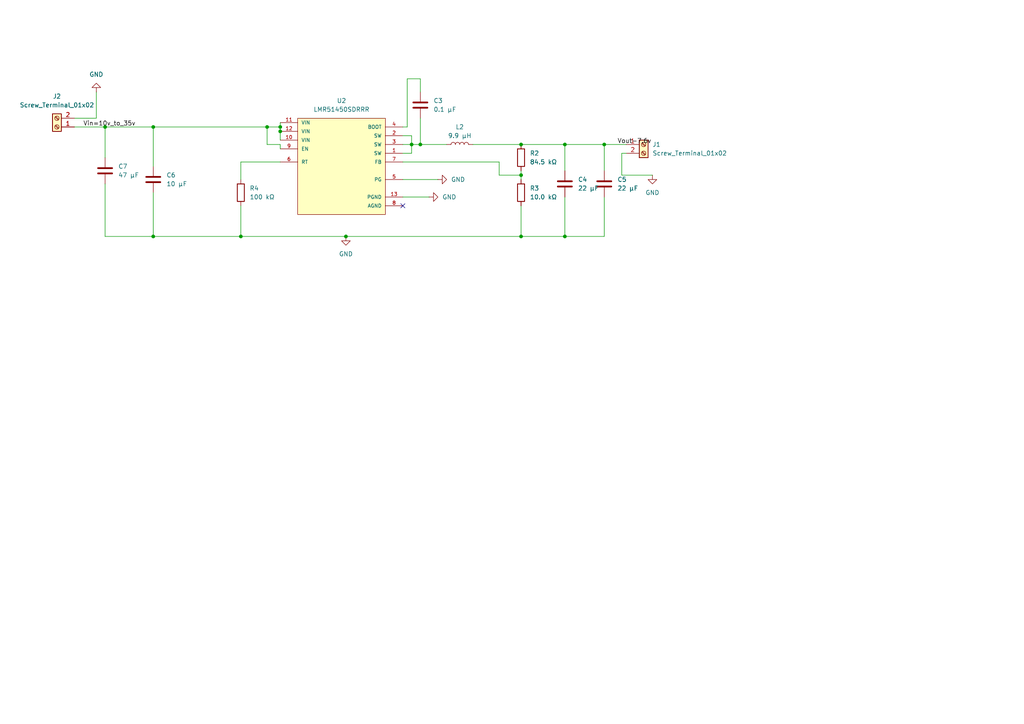
<source format=kicad_sch>
(kicad_sch
	(version 20250114)
	(generator "eeschema")
	(generator_version "9.0")
	(uuid "c4b56716-4564-43f9-abd0-82a2e721547f")
	(paper "A4")
	(lib_symbols
		(symbol "Connector:Screw_Terminal_01x02"
			(pin_names
				(offset 1.016)
				(hide yes)
			)
			(exclude_from_sim no)
			(in_bom yes)
			(on_board yes)
			(property "Reference" "J"
				(at 0 2.54 0)
				(effects
					(font
						(size 1.27 1.27)
					)
				)
			)
			(property "Value" "Screw_Terminal_01x02"
				(at 0 -5.08 0)
				(effects
					(font
						(size 1.27 1.27)
					)
				)
			)
			(property "Footprint" ""
				(at 0 0 0)
				(effects
					(font
						(size 1.27 1.27)
					)
					(hide yes)
				)
			)
			(property "Datasheet" "~"
				(at 0 0 0)
				(effects
					(font
						(size 1.27 1.27)
					)
					(hide yes)
				)
			)
			(property "Description" "Generic screw terminal, single row, 01x02, script generated (kicad-library-utils/schlib/autogen/connector/)"
				(at 0 0 0)
				(effects
					(font
						(size 1.27 1.27)
					)
					(hide yes)
				)
			)
			(property "ki_keywords" "screw terminal"
				(at 0 0 0)
				(effects
					(font
						(size 1.27 1.27)
					)
					(hide yes)
				)
			)
			(property "ki_fp_filters" "TerminalBlock*:*"
				(at 0 0 0)
				(effects
					(font
						(size 1.27 1.27)
					)
					(hide yes)
				)
			)
			(symbol "Screw_Terminal_01x02_1_1"
				(rectangle
					(start -1.27 1.27)
					(end 1.27 -3.81)
					(stroke
						(width 0.254)
						(type default)
					)
					(fill
						(type background)
					)
				)
				(polyline
					(pts
						(xy -0.5334 0.3302) (xy 0.3302 -0.508)
					)
					(stroke
						(width 0.1524)
						(type default)
					)
					(fill
						(type none)
					)
				)
				(polyline
					(pts
						(xy -0.5334 -2.2098) (xy 0.3302 -3.048)
					)
					(stroke
						(width 0.1524)
						(type default)
					)
					(fill
						(type none)
					)
				)
				(polyline
					(pts
						(xy -0.3556 0.508) (xy 0.508 -0.3302)
					)
					(stroke
						(width 0.1524)
						(type default)
					)
					(fill
						(type none)
					)
				)
				(polyline
					(pts
						(xy -0.3556 -2.032) (xy 0.508 -2.8702)
					)
					(stroke
						(width 0.1524)
						(type default)
					)
					(fill
						(type none)
					)
				)
				(circle
					(center 0 0)
					(radius 0.635)
					(stroke
						(width 0.1524)
						(type default)
					)
					(fill
						(type none)
					)
				)
				(circle
					(center 0 -2.54)
					(radius 0.635)
					(stroke
						(width 0.1524)
						(type default)
					)
					(fill
						(type none)
					)
				)
				(pin passive line
					(at -5.08 0 0)
					(length 3.81)
					(name "Pin_1"
						(effects
							(font
								(size 1.27 1.27)
							)
						)
					)
					(number "1"
						(effects
							(font
								(size 1.27 1.27)
							)
						)
					)
				)
				(pin passive line
					(at -5.08 -2.54 0)
					(length 3.81)
					(name "Pin_2"
						(effects
							(font
								(size 1.27 1.27)
							)
						)
					)
					(number "2"
						(effects
							(font
								(size 1.27 1.27)
							)
						)
					)
				)
			)
			(embedded_fonts no)
		)
		(symbol "Device:C"
			(pin_numbers
				(hide yes)
			)
			(pin_names
				(offset 0.254)
			)
			(exclude_from_sim no)
			(in_bom yes)
			(on_board yes)
			(property "Reference" "C"
				(at 0.635 2.54 0)
				(effects
					(font
						(size 1.27 1.27)
					)
					(justify left)
				)
			)
			(property "Value" "C"
				(at 0.635 -2.54 0)
				(effects
					(font
						(size 1.27 1.27)
					)
					(justify left)
				)
			)
			(property "Footprint" ""
				(at 0.9652 -3.81 0)
				(effects
					(font
						(size 1.27 1.27)
					)
					(hide yes)
				)
			)
			(property "Datasheet" "~"
				(at 0 0 0)
				(effects
					(font
						(size 1.27 1.27)
					)
					(hide yes)
				)
			)
			(property "Description" "Unpolarized capacitor"
				(at 0 0 0)
				(effects
					(font
						(size 1.27 1.27)
					)
					(hide yes)
				)
			)
			(property "ki_keywords" "cap capacitor"
				(at 0 0 0)
				(effects
					(font
						(size 1.27 1.27)
					)
					(hide yes)
				)
			)
			(property "ki_fp_filters" "C_*"
				(at 0 0 0)
				(effects
					(font
						(size 1.27 1.27)
					)
					(hide yes)
				)
			)
			(symbol "C_0_1"
				(polyline
					(pts
						(xy -2.032 0.762) (xy 2.032 0.762)
					)
					(stroke
						(width 0.508)
						(type default)
					)
					(fill
						(type none)
					)
				)
				(polyline
					(pts
						(xy -2.032 -0.762) (xy 2.032 -0.762)
					)
					(stroke
						(width 0.508)
						(type default)
					)
					(fill
						(type none)
					)
				)
			)
			(symbol "C_1_1"
				(pin passive line
					(at 0 3.81 270)
					(length 2.794)
					(name "~"
						(effects
							(font
								(size 1.27 1.27)
							)
						)
					)
					(number "1"
						(effects
							(font
								(size 1.27 1.27)
							)
						)
					)
				)
				(pin passive line
					(at 0 -3.81 90)
					(length 2.794)
					(name "~"
						(effects
							(font
								(size 1.27 1.27)
							)
						)
					)
					(number "2"
						(effects
							(font
								(size 1.27 1.27)
							)
						)
					)
				)
			)
			(embedded_fonts no)
		)
		(symbol "Device:L"
			(pin_numbers
				(hide yes)
			)
			(pin_names
				(offset 1.016)
				(hide yes)
			)
			(exclude_from_sim no)
			(in_bom yes)
			(on_board yes)
			(property "Reference" "L"
				(at -1.27 0 90)
				(effects
					(font
						(size 1.27 1.27)
					)
				)
			)
			(property "Value" "L"
				(at 1.905 0 90)
				(effects
					(font
						(size 1.27 1.27)
					)
				)
			)
			(property "Footprint" ""
				(at 0 0 0)
				(effects
					(font
						(size 1.27 1.27)
					)
					(hide yes)
				)
			)
			(property "Datasheet" "~"
				(at 0 0 0)
				(effects
					(font
						(size 1.27 1.27)
					)
					(hide yes)
				)
			)
			(property "Description" "Inductor"
				(at 0 0 0)
				(effects
					(font
						(size 1.27 1.27)
					)
					(hide yes)
				)
			)
			(property "ki_keywords" "inductor choke coil reactor magnetic"
				(at 0 0 0)
				(effects
					(font
						(size 1.27 1.27)
					)
					(hide yes)
				)
			)
			(property "ki_fp_filters" "Choke_* *Coil* Inductor_* L_*"
				(at 0 0 0)
				(effects
					(font
						(size 1.27 1.27)
					)
					(hide yes)
				)
			)
			(symbol "L_0_1"
				(arc
					(start 0 2.54)
					(mid 0.6323 1.905)
					(end 0 1.27)
					(stroke
						(width 0)
						(type default)
					)
					(fill
						(type none)
					)
				)
				(arc
					(start 0 1.27)
					(mid 0.6323 0.635)
					(end 0 0)
					(stroke
						(width 0)
						(type default)
					)
					(fill
						(type none)
					)
				)
				(arc
					(start 0 0)
					(mid 0.6323 -0.635)
					(end 0 -1.27)
					(stroke
						(width 0)
						(type default)
					)
					(fill
						(type none)
					)
				)
				(arc
					(start 0 -1.27)
					(mid 0.6323 -1.905)
					(end 0 -2.54)
					(stroke
						(width 0)
						(type default)
					)
					(fill
						(type none)
					)
				)
			)
			(symbol "L_1_1"
				(pin passive line
					(at 0 3.81 270)
					(length 1.27)
					(name "1"
						(effects
							(font
								(size 1.27 1.27)
							)
						)
					)
					(number "1"
						(effects
							(font
								(size 1.27 1.27)
							)
						)
					)
				)
				(pin passive line
					(at 0 -3.81 90)
					(length 1.27)
					(name "2"
						(effects
							(font
								(size 1.27 1.27)
							)
						)
					)
					(number "2"
						(effects
							(font
								(size 1.27 1.27)
							)
						)
					)
				)
			)
			(embedded_fonts no)
		)
		(symbol "Device:R"
			(pin_numbers
				(hide yes)
			)
			(pin_names
				(offset 0)
			)
			(exclude_from_sim no)
			(in_bom yes)
			(on_board yes)
			(property "Reference" "R"
				(at 2.032 0 90)
				(effects
					(font
						(size 1.27 1.27)
					)
				)
			)
			(property "Value" "R"
				(at 0 0 90)
				(effects
					(font
						(size 1.27 1.27)
					)
				)
			)
			(property "Footprint" ""
				(at -1.778 0 90)
				(effects
					(font
						(size 1.27 1.27)
					)
					(hide yes)
				)
			)
			(property "Datasheet" "~"
				(at 0 0 0)
				(effects
					(font
						(size 1.27 1.27)
					)
					(hide yes)
				)
			)
			(property "Description" "Resistor"
				(at 0 0 0)
				(effects
					(font
						(size 1.27 1.27)
					)
					(hide yes)
				)
			)
			(property "ki_keywords" "R res resistor"
				(at 0 0 0)
				(effects
					(font
						(size 1.27 1.27)
					)
					(hide yes)
				)
			)
			(property "ki_fp_filters" "R_*"
				(at 0 0 0)
				(effects
					(font
						(size 1.27 1.27)
					)
					(hide yes)
				)
			)
			(symbol "R_0_1"
				(rectangle
					(start -1.016 -2.54)
					(end 1.016 2.54)
					(stroke
						(width 0.254)
						(type default)
					)
					(fill
						(type none)
					)
				)
			)
			(symbol "R_1_1"
				(pin passive line
					(at 0 3.81 270)
					(length 1.27)
					(name "~"
						(effects
							(font
								(size 1.27 1.27)
							)
						)
					)
					(number "1"
						(effects
							(font
								(size 1.27 1.27)
							)
						)
					)
				)
				(pin passive line
					(at 0 -3.81 90)
					(length 1.27)
					(name "~"
						(effects
							(font
								(size 1.27 1.27)
							)
						)
					)
					(number "2"
						(effects
							(font
								(size 1.27 1.27)
							)
						)
					)
				)
			)
			(embedded_fonts no)
		)
		(symbol "LMR51450SDRRR:LMR51450SDRRR"
			(pin_names
				(offset 1.016)
			)
			(exclude_from_sim no)
			(in_bom yes)
			(on_board yes)
			(property "Reference" "U2"
				(at 0 17.78 0)
				(effects
					(font
						(size 1.27 1.27)
					)
				)
			)
			(property "Value" "LMR51450SDRRR"
				(at 0 15.24 0)
				(effects
					(font
						(size 1.27 1.27)
					)
				)
			)
			(property "Footprint" "LMR51450SDRRR:CONV_LMR51450SDRRR"
				(at 0 0 0)
				(effects
					(font
						(size 1.27 1.27)
					)
					(justify bottom)
					(hide yes)
				)
			)
			(property "Datasheet" ""
				(at 0 0 0)
				(effects
					(font
						(size 1.27 1.27)
					)
					(hide yes)
				)
			)
			(property "Description" ""
				(at 0 0 0)
				(effects
					(font
						(size 1.27 1.27)
					)
					(hide yes)
				)
			)
			(property "DigiKey_Part_Number" "296-LMR51450SDRRRCT-ND"
				(at 0 0 0)
				(effects
					(font
						(size 1.27 1.27)
					)
					(justify bottom)
					(hide yes)
				)
			)
			(property "SnapEDA_Link" "https://www.snapeda.com/parts/LMR51450SDRRR/Texas+Instruments/view-part/?ref=snap"
				(at 0 0 0)
				(effects
					(font
						(size 1.27 1.27)
					)
					(justify bottom)
					(hide yes)
				)
			)
			(property "MAXIMUM_PACKAGE_HEIGHT" "0.80 mm"
				(at 0 0 0)
				(effects
					(font
						(size 1.27 1.27)
					)
					(justify bottom)
					(hide yes)
				)
			)
			(property "Package" "WSON-12 Texas Instruments"
				(at 0 0 0)
				(effects
					(font
						(size 1.27 1.27)
					)
					(justify bottom)
					(hide yes)
				)
			)
			(property "Check_prices" "https://www.snapeda.com/parts/LMR51450SDRRR/Texas+Instruments/view-part/?ref=eda"
				(at 0 0 0)
				(effects
					(font
						(size 1.27 1.27)
					)
					(justify bottom)
					(hide yes)
				)
			)
			(property "STANDARD" "Manufacturer Recommendations"
				(at 0 0 0)
				(effects
					(font
						(size 1.27 1.27)
					)
					(justify bottom)
					(hide yes)
				)
			)
			(property "PARTREV" "December 2022"
				(at 0 0 0)
				(effects
					(font
						(size 1.27 1.27)
					)
					(justify bottom)
					(hide yes)
				)
			)
			(property "MF" "Texas Instruments"
				(at 0 0 0)
				(effects
					(font
						(size 1.27 1.27)
					)
					(justify bottom)
					(hide yes)
				)
			)
			(property "MP" "LMR51450SDRRR"
				(at 0 0 0)
				(effects
					(font
						(size 1.27 1.27)
					)
					(justify bottom)
					(hide yes)
				)
			)
			(property "Description_1" "36-V, 5-A synchronous buck converter"
				(at 0 0 0)
				(effects
					(font
						(size 1.27 1.27)
					)
					(justify bottom)
					(hide yes)
				)
			)
			(property "MANUFACTURER" "Texas Instruments"
				(at 0 0 0)
				(effects
					(font
						(size 1.27 1.27)
					)
					(justify bottom)
					(hide yes)
				)
			)
			(symbol "LMR51450SDRRR_0_0"
				(rectangle
					(start -12.7 -15.24)
					(end 12.7 12.7)
					(stroke
						(width 0.1524)
						(type default)
					)
					(fill
						(type background)
					)
				)
				(pin input line
					(at -17.78 11.43 0)
					(length 5.08)
					(name "VIN"
						(effects
							(font
								(size 1.016 1.016)
							)
						)
					)
					(number "11"
						(effects
							(font
								(size 1.016 1.016)
							)
						)
					)
				)
				(pin input line
					(at -17.78 8.89 0)
					(length 5.08)
					(name "VIN"
						(effects
							(font
								(size 1.016 1.016)
							)
						)
					)
					(number "12"
						(effects
							(font
								(size 1.016 1.016)
							)
						)
					)
				)
				(pin input line
					(at -17.78 6.35 0)
					(length 5.08)
					(name "VIN"
						(effects
							(font
								(size 1.016 1.016)
							)
						)
					)
					(number "10"
						(effects
							(font
								(size 1.016 1.016)
							)
						)
					)
				)
				(pin input line
					(at -17.78 3.81 0)
					(length 5.08)
					(name "EN"
						(effects
							(font
								(size 1.016 1.016)
							)
						)
					)
					(number "9"
						(effects
							(font
								(size 1.016 1.016)
							)
						)
					)
				)
				(pin input line
					(at -17.78 0 0)
					(length 5.08)
					(name "RT"
						(effects
							(font
								(size 1.016 1.016)
							)
						)
					)
					(number "6"
						(effects
							(font
								(size 1.016 1.016)
							)
						)
					)
				)
				(pin passive line
					(at 17.78 10.16 180)
					(length 5.08)
					(name "BOOT"
						(effects
							(font
								(size 1.016 1.016)
							)
						)
					)
					(number "4"
						(effects
							(font
								(size 1.016 1.016)
							)
						)
					)
				)
				(pin output line
					(at 17.78 7.62 180)
					(length 5.08)
					(name "SW"
						(effects
							(font
								(size 1.016 1.016)
							)
						)
					)
					(number "2"
						(effects
							(font
								(size 1.016 1.016)
							)
						)
					)
				)
				(pin output line
					(at 17.78 5.08 180)
					(length 5.08)
					(name "SW"
						(effects
							(font
								(size 1.016 1.016)
							)
						)
					)
					(number "3"
						(effects
							(font
								(size 1.016 1.016)
							)
						)
					)
				)
				(pin output line
					(at 17.78 2.54 180)
					(length 5.08)
					(name "SW"
						(effects
							(font
								(size 1.016 1.016)
							)
						)
					)
					(number "1"
						(effects
							(font
								(size 1.016 1.016)
							)
						)
					)
				)
				(pin input line
					(at 17.78 0 180)
					(length 5.08)
					(name "FB"
						(effects
							(font
								(size 1.016 1.016)
							)
						)
					)
					(number "7"
						(effects
							(font
								(size 1.016 1.016)
							)
						)
					)
				)
				(pin output line
					(at 17.78 -5.08 180)
					(length 5.08)
					(name "PG"
						(effects
							(font
								(size 1.016 1.016)
							)
						)
					)
					(number "5"
						(effects
							(font
								(size 1.016 1.016)
							)
						)
					)
				)
				(pin power_in line
					(at 17.78 -10.16 180)
					(length 5.08)
					(name "PGND"
						(effects
							(font
								(size 1.016 1.016)
							)
						)
					)
					(number "13"
						(effects
							(font
								(size 1.016 1.016)
							)
						)
					)
				)
				(pin power_in line
					(at 17.78 -12.7 180)
					(length 5.08)
					(name "AGND"
						(effects
							(font
								(size 1.016 1.016)
							)
						)
					)
					(number "8"
						(effects
							(font
								(size 1.016 1.016)
							)
						)
					)
				)
			)
			(embedded_fonts no)
		)
		(symbol "power:GND"
			(power)
			(pin_numbers
				(hide yes)
			)
			(pin_names
				(offset 0)
				(hide yes)
			)
			(exclude_from_sim no)
			(in_bom yes)
			(on_board yes)
			(property "Reference" "#PWR"
				(at 0 -6.35 0)
				(effects
					(font
						(size 1.27 1.27)
					)
					(hide yes)
				)
			)
			(property "Value" "GND"
				(at 0 -3.81 0)
				(effects
					(font
						(size 1.27 1.27)
					)
				)
			)
			(property "Footprint" ""
				(at 0 0 0)
				(effects
					(font
						(size 1.27 1.27)
					)
					(hide yes)
				)
			)
			(property "Datasheet" ""
				(at 0 0 0)
				(effects
					(font
						(size 1.27 1.27)
					)
					(hide yes)
				)
			)
			(property "Description" "Power symbol creates a global label with name \"GND\" , ground"
				(at 0 0 0)
				(effects
					(font
						(size 1.27 1.27)
					)
					(hide yes)
				)
			)
			(property "ki_keywords" "global power"
				(at 0 0 0)
				(effects
					(font
						(size 1.27 1.27)
					)
					(hide yes)
				)
			)
			(symbol "GND_0_1"
				(polyline
					(pts
						(xy 0 0) (xy 0 -1.27) (xy 1.27 -1.27) (xy 0 -2.54) (xy -1.27 -1.27) (xy 0 -1.27)
					)
					(stroke
						(width 0)
						(type default)
					)
					(fill
						(type none)
					)
				)
			)
			(symbol "GND_1_1"
				(pin power_in line
					(at 0 0 270)
					(length 0)
					(name "~"
						(effects
							(font
								(size 1.27 1.27)
							)
						)
					)
					(number "1"
						(effects
							(font
								(size 1.27 1.27)
							)
						)
					)
				)
			)
			(embedded_fonts no)
		)
	)
	(junction
		(at 151.13 41.91)
		(diameter 0)
		(color 0 0 0 0)
		(uuid "01ad4a17-1970-4c7c-966a-490a93174def")
	)
	(junction
		(at 77.47 36.83)
		(diameter 0)
		(color 0 0 0 0)
		(uuid "15ee3f07-c112-4e65-8060-e30beeb2f69e")
	)
	(junction
		(at 44.45 68.58)
		(diameter 0)
		(color 0 0 0 0)
		(uuid "166e7787-27c8-4eec-8ac4-3d041738ab48")
	)
	(junction
		(at 121.92 41.91)
		(diameter 0)
		(color 0 0 0 0)
		(uuid "19897f3d-9fc3-4f9f-8707-605dc5a90628")
	)
	(junction
		(at 69.85 68.58)
		(diameter 0)
		(color 0 0 0 0)
		(uuid "1b2664d0-a93a-43d2-8bc8-a6db2c4c3af4")
	)
	(junction
		(at 163.83 68.58)
		(diameter 0)
		(color 0 0 0 0)
		(uuid "38b161d6-1270-4d0d-8bcd-96c325b79783")
	)
	(junction
		(at 81.28 38.1)
		(diameter 0)
		(color 0 0 0 0)
		(uuid "49abd148-2643-46db-979f-86ed72b86e82")
	)
	(junction
		(at 81.28 36.83)
		(diameter 0)
		(color 0 0 0 0)
		(uuid "5a9ab1f8-c1fb-4077-801e-c171271a2fc4")
	)
	(junction
		(at 119.38 41.91)
		(diameter 0)
		(color 0 0 0 0)
		(uuid "6015aaf0-d22c-4caf-b33e-bca448937f8e")
	)
	(junction
		(at 163.83 41.91)
		(diameter 0)
		(color 0 0 0 0)
		(uuid "60ecffcb-2040-4ae8-92e8-229842292ae6")
	)
	(junction
		(at 100.33 68.58)
		(diameter 0)
		(color 0 0 0 0)
		(uuid "610eddae-f3d7-476d-8b55-9fa437cac72f")
	)
	(junction
		(at 44.45 36.83)
		(diameter 0)
		(color 0 0 0 0)
		(uuid "6c2543b0-66f9-42c3-90c6-2c6556b75343")
	)
	(junction
		(at 175.26 41.91)
		(diameter 0)
		(color 0 0 0 0)
		(uuid "8655bde3-652b-49cc-92d6-1794414dbf06")
	)
	(junction
		(at 30.48 36.83)
		(diameter 0)
		(color 0 0 0 0)
		(uuid "b52e58cd-3ad6-4b3a-ab19-d7e82cd94511")
	)
	(junction
		(at 151.13 50.8)
		(diameter 0)
		(color 0 0 0 0)
		(uuid "c355c3ad-4c34-4064-a1d3-3dce44fab9a4")
	)
	(junction
		(at 151.13 68.58)
		(diameter 0)
		(color 0 0 0 0)
		(uuid "f4017a7c-6270-43cc-a265-8ace512cbd7a")
	)
	(no_connect
		(at 116.84 59.69)
		(uuid "a44eaf3d-46b5-4f33-afa9-7d27e08ff75a")
	)
	(wire
		(pts
			(xy 116.84 44.45) (xy 119.38 44.45)
		)
		(stroke
			(width 0)
			(type default)
		)
		(uuid "00223ccd-396a-4d09-a67a-008ad0a76d9c")
	)
	(wire
		(pts
			(xy 116.84 52.07) (xy 127 52.07)
		)
		(stroke
			(width 0)
			(type default)
		)
		(uuid "02fdafdf-0669-46c1-a898-b3f100e96f11")
	)
	(wire
		(pts
			(xy 119.38 41.91) (xy 121.92 41.91)
		)
		(stroke
			(width 0)
			(type default)
		)
		(uuid "10b1d3e3-abef-4d85-8f61-a4347f393652")
	)
	(wire
		(pts
			(xy 44.45 68.58) (xy 69.85 68.58)
		)
		(stroke
			(width 0)
			(type default)
		)
		(uuid "126d5807-1e58-42ef-adc3-296e9f2f176d")
	)
	(wire
		(pts
			(xy 163.83 68.58) (xy 151.13 68.58)
		)
		(stroke
			(width 0)
			(type default)
		)
		(uuid "1526c190-ed01-45a2-9796-c26a137735d6")
	)
	(wire
		(pts
			(xy 151.13 52.07) (xy 151.13 50.8)
		)
		(stroke
			(width 0)
			(type default)
		)
		(uuid "1d0bfc4e-0910-4164-9cd7-d06af8a37076")
	)
	(wire
		(pts
			(xy 30.48 53.34) (xy 30.48 68.58)
		)
		(stroke
			(width 0)
			(type default)
		)
		(uuid "1fabf4d0-1e50-47c4-9b2b-52c73cc7b79c")
	)
	(wire
		(pts
			(xy 81.28 35.56) (xy 81.28 36.83)
		)
		(stroke
			(width 0)
			(type default)
		)
		(uuid "2417079c-2f92-47e3-9216-2e6360503a9a")
	)
	(wire
		(pts
			(xy 151.13 50.8) (xy 151.13 49.53)
		)
		(stroke
			(width 0)
			(type default)
		)
		(uuid "26463b73-3c68-463b-a89d-5bc83d4ec31b")
	)
	(wire
		(pts
			(xy 121.92 22.86) (xy 121.92 26.67)
		)
		(stroke
			(width 0)
			(type default)
		)
		(uuid "2790529b-40ea-48c7-8b53-31f184afc035")
	)
	(wire
		(pts
			(xy 69.85 68.58) (xy 100.33 68.58)
		)
		(stroke
			(width 0)
			(type default)
		)
		(uuid "2c3ded8f-a01e-4a4f-b463-580b8974f470")
	)
	(wire
		(pts
			(xy 116.84 39.37) (xy 119.38 39.37)
		)
		(stroke
			(width 0)
			(type default)
		)
		(uuid "2dbb220c-8c9a-433d-aea7-0bee6c33639e")
	)
	(wire
		(pts
			(xy 124.46 57.15) (xy 116.84 57.15)
		)
		(stroke
			(width 0)
			(type default)
		)
		(uuid "300ea2e4-0f33-468f-9bc3-bc27aad0e0db")
	)
	(wire
		(pts
			(xy 144.78 50.8) (xy 151.13 50.8)
		)
		(stroke
			(width 0)
			(type default)
		)
		(uuid "30c9cc12-9d98-4dcb-8d1f-e0f7e4e14b26")
	)
	(wire
		(pts
			(xy 151.13 41.91) (xy 163.83 41.91)
		)
		(stroke
			(width 0)
			(type default)
		)
		(uuid "33932806-27c5-4acc-b285-b5dccfdcc071")
	)
	(wire
		(pts
			(xy 118.11 36.83) (xy 116.84 36.83)
		)
		(stroke
			(width 0)
			(type default)
		)
		(uuid "3c42b400-d3c9-4489-ac05-39e87cb66cbe")
	)
	(wire
		(pts
			(xy 119.38 39.37) (xy 119.38 41.91)
		)
		(stroke
			(width 0)
			(type default)
		)
		(uuid "45a98d03-7112-4d1c-8a9f-d03108a4a402")
	)
	(wire
		(pts
			(xy 81.28 41.91) (xy 77.47 41.91)
		)
		(stroke
			(width 0)
			(type default)
		)
		(uuid "46e1f8a0-8e0b-4437-9728-ba58d5db6d88")
	)
	(wire
		(pts
			(xy 116.84 41.91) (xy 119.38 41.91)
		)
		(stroke
			(width 0)
			(type default)
		)
		(uuid "52001e5b-6f79-4df1-9d15-c1b7f1e955de")
	)
	(wire
		(pts
			(xy 137.16 41.91) (xy 151.13 41.91)
		)
		(stroke
			(width 0)
			(type default)
		)
		(uuid "5605fc47-13d2-4d5d-bd9d-0ef6f013c4a2")
	)
	(wire
		(pts
			(xy 175.26 41.91) (xy 181.61 41.91)
		)
		(stroke
			(width 0)
			(type default)
		)
		(uuid "5940cc3e-be89-4dfc-8bc5-980e3d76ee49")
	)
	(wire
		(pts
			(xy 44.45 55.88) (xy 44.45 68.58)
		)
		(stroke
			(width 0)
			(type default)
		)
		(uuid "59c7bfca-ee0f-4cce-be5b-089d04b4018c")
	)
	(wire
		(pts
			(xy 44.45 36.83) (xy 77.47 36.83)
		)
		(stroke
			(width 0)
			(type default)
		)
		(uuid "5a866a4f-6338-4c84-9d06-caae815bc013")
	)
	(wire
		(pts
			(xy 116.84 46.99) (xy 144.78 46.99)
		)
		(stroke
			(width 0)
			(type default)
		)
		(uuid "5f1a4cde-7c47-48b2-9c88-77be3e3504ce")
	)
	(wire
		(pts
			(xy 118.11 22.86) (xy 118.11 36.83)
		)
		(stroke
			(width 0)
			(type default)
		)
		(uuid "674c9450-3592-40ed-9f32-b4b5409f2322")
	)
	(wire
		(pts
			(xy 77.47 36.83) (xy 77.47 41.91)
		)
		(stroke
			(width 0)
			(type default)
		)
		(uuid "675a68db-3c17-4a5b-a509-7a7c8b8751f5")
	)
	(wire
		(pts
			(xy 69.85 59.69) (xy 69.85 68.58)
		)
		(stroke
			(width 0)
			(type default)
		)
		(uuid "6dcda487-8700-4155-a2ae-e3f6ad8fb546")
	)
	(wire
		(pts
			(xy 30.48 45.72) (xy 30.48 36.83)
		)
		(stroke
			(width 0)
			(type default)
		)
		(uuid "6f72c15e-849b-4ca3-934a-7f3a3afc1224")
	)
	(wire
		(pts
			(xy 77.47 36.83) (xy 81.28 36.83)
		)
		(stroke
			(width 0)
			(type default)
		)
		(uuid "703cab3c-c203-4957-9a97-56aa2151b756")
	)
	(wire
		(pts
			(xy 30.48 36.83) (xy 44.45 36.83)
		)
		(stroke
			(width 0)
			(type default)
		)
		(uuid "77ed10dc-21c3-40ec-a09c-76a4b631f4bc")
	)
	(wire
		(pts
			(xy 121.92 41.91) (xy 129.54 41.91)
		)
		(stroke
			(width 0)
			(type default)
		)
		(uuid "7bca9ff0-95e7-4229-a13f-c900f55db81e")
	)
	(wire
		(pts
			(xy 27.94 26.67) (xy 27.94 34.29)
		)
		(stroke
			(width 0)
			(type default)
		)
		(uuid "80031f12-fe2f-4cc2-8ef6-ada2456799c1")
	)
	(wire
		(pts
			(xy 175.26 57.15) (xy 175.26 68.58)
		)
		(stroke
			(width 0)
			(type default)
		)
		(uuid "81118887-50b3-4a3b-997c-ddd400743280")
	)
	(wire
		(pts
			(xy 163.83 41.91) (xy 175.26 41.91)
		)
		(stroke
			(width 0)
			(type default)
		)
		(uuid "96d7d8a6-a67d-4459-9f2b-5900956355dc")
	)
	(wire
		(pts
			(xy 163.83 57.15) (xy 163.83 68.58)
		)
		(stroke
			(width 0)
			(type default)
		)
		(uuid "97953721-fa2c-4c0e-a989-d6f8ef6cce16")
	)
	(wire
		(pts
			(xy 175.26 49.53) (xy 175.26 41.91)
		)
		(stroke
			(width 0)
			(type default)
		)
		(uuid "a600b37d-63b8-4b1b-894c-b6d7b9a4164b")
	)
	(wire
		(pts
			(xy 81.28 36.83) (xy 81.28 38.1)
		)
		(stroke
			(width 0)
			(type default)
		)
		(uuid "af4e180c-fb71-45e9-a734-20f7396d99fa")
	)
	(wire
		(pts
			(xy 100.33 68.58) (xy 151.13 68.58)
		)
		(stroke
			(width 0)
			(type default)
		)
		(uuid "b40e82d1-27ef-4ea4-94f4-bd72e244f94f")
	)
	(wire
		(pts
			(xy 180.34 50.8) (xy 180.34 44.45)
		)
		(stroke
			(width 0)
			(type default)
		)
		(uuid "b44f8cef-810f-437d-bcb9-79961d00db0c")
	)
	(wire
		(pts
			(xy 118.11 22.86) (xy 121.92 22.86)
		)
		(stroke
			(width 0)
			(type default)
		)
		(uuid "baa26f5b-7909-4dfd-a4e9-ec9394e28d25")
	)
	(wire
		(pts
			(xy 163.83 49.53) (xy 163.83 41.91)
		)
		(stroke
			(width 0)
			(type default)
		)
		(uuid "bb36e4f2-32cc-4342-93b0-701c0b92a41d")
	)
	(wire
		(pts
			(xy 81.28 38.1) (xy 81.28 40.64)
		)
		(stroke
			(width 0)
			(type default)
		)
		(uuid "bca791bb-7156-4c41-a79c-1c8a6a23b8fc")
	)
	(wire
		(pts
			(xy 189.23 50.8) (xy 180.34 50.8)
		)
		(stroke
			(width 0)
			(type default)
		)
		(uuid "bd5cdf7a-9fd1-4b6e-bd8a-9a1b811c2001")
	)
	(wire
		(pts
			(xy 81.28 41.91) (xy 81.28 43.18)
		)
		(stroke
			(width 0)
			(type default)
		)
		(uuid "bf967c34-21ff-4a5b-85c5-9b3d02c6bc6b")
	)
	(wire
		(pts
			(xy 151.13 68.58) (xy 151.13 59.69)
		)
		(stroke
			(width 0)
			(type default)
		)
		(uuid "d14113e1-9286-41cf-9cc9-baee77ef42d9")
	)
	(wire
		(pts
			(xy 21.59 36.83) (xy 30.48 36.83)
		)
		(stroke
			(width 0)
			(type default)
		)
		(uuid "d50c7e3d-e204-4bba-b667-604a5ed764c0")
	)
	(wire
		(pts
			(xy 180.34 44.45) (xy 181.61 44.45)
		)
		(stroke
			(width 0)
			(type default)
		)
		(uuid "d70b9d50-b91b-44e7-b5f7-59af09d629d3")
	)
	(wire
		(pts
			(xy 121.92 34.29) (xy 121.92 41.91)
		)
		(stroke
			(width 0)
			(type default)
		)
		(uuid "d84ccc52-fb38-424c-be4d-92c262098983")
	)
	(wire
		(pts
			(xy 144.78 46.99) (xy 144.78 50.8)
		)
		(stroke
			(width 0)
			(type default)
		)
		(uuid "d8dd6363-1ae6-4798-9b19-99d0cd9ddb17")
	)
	(wire
		(pts
			(xy 69.85 46.99) (xy 69.85 52.07)
		)
		(stroke
			(width 0)
			(type default)
		)
		(uuid "db294003-a3c7-40a0-9d17-b6a0daaed1fe")
	)
	(wire
		(pts
			(xy 27.94 34.29) (xy 21.59 34.29)
		)
		(stroke
			(width 0)
			(type default)
		)
		(uuid "dcc83660-8f3f-4e33-9cc2-66d34d70aad0")
	)
	(wire
		(pts
			(xy 69.85 46.99) (xy 81.28 46.99)
		)
		(stroke
			(width 0)
			(type default)
		)
		(uuid "dd5489bf-5d15-4bed-bb6f-8baa62b05e9c")
	)
	(wire
		(pts
			(xy 30.48 68.58) (xy 44.45 68.58)
		)
		(stroke
			(width 0)
			(type default)
		)
		(uuid "df325f27-917f-4a36-bf1d-2d4d0ddb8fbb")
	)
	(wire
		(pts
			(xy 44.45 48.26) (xy 44.45 36.83)
		)
		(stroke
			(width 0)
			(type default)
		)
		(uuid "e249aeb6-b2c5-43e8-8d02-cde83e416f0c")
	)
	(wire
		(pts
			(xy 163.83 68.58) (xy 175.26 68.58)
		)
		(stroke
			(width 0)
			(type default)
		)
		(uuid "e4f6c72f-bc8a-407c-826b-db8ee7609e94")
	)
	(wire
		(pts
			(xy 119.38 44.45) (xy 119.38 41.91)
		)
		(stroke
			(width 0)
			(type default)
		)
		(uuid "eb2a9fdd-89b8-4c57-93c5-154c1d7cbba8")
	)
	(label "Vin=10v_to_35v"
		(at 24.13 36.83 0)
		(effects
			(font
				(size 1.27 1.27)
			)
			(justify left bottom)
		)
		(uuid "44774990-790b-4f73-86f2-265c60433cf8")
	)
	(label "Vout-7.6v"
		(at 179.07 41.91 0)
		(effects
			(font
				(size 1.27 1.27)
			)
			(justify left bottom)
		)
		(uuid "ffada089-02ac-499d-8cdf-d347b9476666")
	)
	(symbol
		(lib_id "Device:R")
		(at 151.13 45.72 0)
		(unit 1)
		(exclude_from_sim no)
		(in_bom yes)
		(on_board yes)
		(dnp no)
		(fields_autoplaced yes)
		(uuid "0cb949af-ee57-4a89-832a-8bc49dc3728a")
		(property "Reference" "R2"
			(at 153.67 44.4499 0)
			(effects
				(font
					(size 1.27 1.27)
				)
				(justify left)
			)
		)
		(property "Value" "84.5 kΩ"
			(at 153.67 46.9899 0)
			(effects
				(font
					(size 1.27 1.27)
				)
				(justify left)
			)
		)
		(property "Footprint" "Resistor_SMD:R_0201_0603Metric"
			(at 149.352 45.72 90)
			(effects
				(font
					(size 1.27 1.27)
				)
				(hide yes)
			)
		)
		(property "Datasheet" "~"
			(at 151.13 45.72 0)
			(effects
				(font
					(size 1.27 1.27)
				)
				(hide yes)
			)
		)
		(property "Description" "Resistor"
			(at 151.13 45.72 0)
			(effects
				(font
					(size 1.27 1.27)
				)
				(hide yes)
			)
		)
		(pin "1"
			(uuid "7733ccc1-a434-43b0-9536-81ecaf37de77")
		)
		(pin "2"
			(uuid "793a10a2-5290-426b-9ba2-861691bdd526")
		)
		(instances
			(project "FOOTPRINT"
				(path "/c4b56716-4564-43f9-abd0-82a2e721547f"
					(reference "R2")
					(unit 1)
				)
			)
		)
	)
	(symbol
		(lib_id "power:GND")
		(at 27.94 26.67 180)
		(unit 1)
		(exclude_from_sim no)
		(in_bom yes)
		(on_board yes)
		(dnp no)
		(fields_autoplaced yes)
		(uuid "37ae0a02-fe1a-4515-8ff2-0853847dabc1")
		(property "Reference" "#PWR02"
			(at 27.94 20.32 0)
			(effects
				(font
					(size 1.27 1.27)
				)
				(hide yes)
			)
		)
		(property "Value" "GND"
			(at 27.94 21.59 0)
			(effects
				(font
					(size 1.27 1.27)
				)
			)
		)
		(property "Footprint" ""
			(at 27.94 26.67 0)
			(effects
				(font
					(size 1.27 1.27)
				)
				(hide yes)
			)
		)
		(property "Datasheet" ""
			(at 27.94 26.67 0)
			(effects
				(font
					(size 1.27 1.27)
				)
				(hide yes)
			)
		)
		(property "Description" "Power symbol creates a global label with name \"GND\" , ground"
			(at 27.94 26.67 0)
			(effects
				(font
					(size 1.27 1.27)
				)
				(hide yes)
			)
		)
		(pin "1"
			(uuid "82e924e1-e1d3-40e3-b158-7181e60b4951")
		)
		(instances
			(project "FOOTPRINT"
				(path "/c4b56716-4564-43f9-abd0-82a2e721547f"
					(reference "#PWR02")
					(unit 1)
				)
			)
		)
	)
	(symbol
		(lib_id "power:GND")
		(at 100.33 68.58 0)
		(unit 1)
		(exclude_from_sim no)
		(in_bom yes)
		(on_board yes)
		(dnp no)
		(fields_autoplaced yes)
		(uuid "5e5f4d3c-4cb8-4f79-8734-16269862fa2b")
		(property "Reference" "#PWR06"
			(at 100.33 74.93 0)
			(effects
				(font
					(size 1.27 1.27)
				)
				(hide yes)
			)
		)
		(property "Value" "GND"
			(at 100.33 73.66 0)
			(effects
				(font
					(size 1.27 1.27)
				)
			)
		)
		(property "Footprint" ""
			(at 100.33 68.58 0)
			(effects
				(font
					(size 1.27 1.27)
				)
				(hide yes)
			)
		)
		(property "Datasheet" ""
			(at 100.33 68.58 0)
			(effects
				(font
					(size 1.27 1.27)
				)
				(hide yes)
			)
		)
		(property "Description" "Power symbol creates a global label with name \"GND\" , ground"
			(at 100.33 68.58 0)
			(effects
				(font
					(size 1.27 1.27)
				)
				(hide yes)
			)
		)
		(pin "1"
			(uuid "db9930a1-a40a-4c85-a022-c80e5db7bc8f")
		)
		(instances
			(project ""
				(path "/c4b56716-4564-43f9-abd0-82a2e721547f"
					(reference "#PWR06")
					(unit 1)
				)
			)
		)
	)
	(symbol
		(lib_id "Connector:Screw_Terminal_01x02")
		(at 16.51 36.83 180)
		(unit 1)
		(exclude_from_sim no)
		(in_bom yes)
		(on_board yes)
		(dnp no)
		(fields_autoplaced yes)
		(uuid "68835069-b2b5-479c-b465-f82a80935b62")
		(property "Reference" "J2"
			(at 16.51 27.94 0)
			(effects
				(font
					(size 1.27 1.27)
				)
			)
		)
		(property "Value" "Screw_Terminal_01x02"
			(at 16.51 30.48 0)
			(effects
				(font
					(size 1.27 1.27)
				)
			)
		)
		(property "Footprint" "TerminalBlock:TerminalBlock_bornier-2_P5.08mm"
			(at 16.51 36.83 0)
			(effects
				(font
					(size 1.27 1.27)
				)
				(hide yes)
			)
		)
		(property "Datasheet" "~"
			(at 16.51 36.83 0)
			(effects
				(font
					(size 1.27 1.27)
				)
				(hide yes)
			)
		)
		(property "Description" "Generic screw terminal, single row, 01x02, script generated (kicad-library-utils/schlib/autogen/connector/)"
			(at 16.51 36.83 0)
			(effects
				(font
					(size 1.27 1.27)
				)
				(hide yes)
			)
		)
		(pin "1"
			(uuid "74fa8098-96fc-4f73-9ca8-86d08e2d131e")
		)
		(pin "2"
			(uuid "3868954f-8172-46c1-9bad-c3cd0eec0687")
		)
		(instances
			(project ""
				(path "/c4b56716-4564-43f9-abd0-82a2e721547f"
					(reference "J2")
					(unit 1)
				)
			)
		)
	)
	(symbol
		(lib_id "Device:R")
		(at 69.85 55.88 180)
		(unit 1)
		(exclude_from_sim no)
		(in_bom yes)
		(on_board yes)
		(dnp no)
		(fields_autoplaced yes)
		(uuid "6d3ecfd7-ae4b-4611-b90b-9d7ba8fb540b")
		(property "Reference" "R4"
			(at 72.39 54.6099 0)
			(effects
				(font
					(size 1.27 1.27)
				)
				(justify right)
			)
		)
		(property "Value" "100 kΩ"
			(at 72.39 57.1499 0)
			(effects
				(font
					(size 1.27 1.27)
				)
				(justify right)
			)
		)
		(property "Footprint" "Resistor_SMD:R_0201_0603Metric"
			(at 71.628 55.88 90)
			(effects
				(font
					(size 1.27 1.27)
				)
				(hide yes)
			)
		)
		(property "Datasheet" "~"
			(at 69.85 55.88 0)
			(effects
				(font
					(size 1.27 1.27)
				)
				(hide yes)
			)
		)
		(property "Description" "Resistor"
			(at 69.85 55.88 0)
			(effects
				(font
					(size 1.27 1.27)
				)
				(hide yes)
			)
		)
		(pin "1"
			(uuid "1dc51a3d-b131-4120-a8ab-6f8424c29246")
		)
		(pin "2"
			(uuid "fe24ff57-1bb4-486e-a0d1-54d1cc7ae7c6")
		)
		(instances
			(project "FOOTPRINT"
				(path "/c4b56716-4564-43f9-abd0-82a2e721547f"
					(reference "R4")
					(unit 1)
				)
			)
		)
	)
	(symbol
		(lib_id "LMR51450SDRRR:LMR51450SDRRR")
		(at 99.06 46.99 0)
		(unit 1)
		(exclude_from_sim no)
		(in_bom yes)
		(on_board yes)
		(dnp no)
		(fields_autoplaced yes)
		(uuid "7a196f8a-e635-44f4-a547-5c7001561964")
		(property "Reference" "U2"
			(at 99.06 29.21 0)
			(effects
				(font
					(size 1.27 1.27)
				)
			)
		)
		(property "Value" "LMR51450SDRRR"
			(at 99.06 31.75 0)
			(effects
				(font
					(size 1.27 1.27)
				)
			)
		)
		(property "Footprint" "LMR51450SDRRR:CONV_LMR51450SDRRR"
			(at 99.06 46.99 0)
			(effects
				(font
					(size 1.27 1.27)
				)
				(justify bottom)
				(hide yes)
			)
		)
		(property "Datasheet" ""
			(at 99.06 46.99 0)
			(effects
				(font
					(size 1.27 1.27)
				)
				(hide yes)
			)
		)
		(property "Description" ""
			(at 99.06 46.99 0)
			(effects
				(font
					(size 1.27 1.27)
				)
				(hide yes)
			)
		)
		(property "DigiKey_Part_Number" "296-LMR51450SDRRRCT-ND"
			(at 99.06 46.99 0)
			(effects
				(font
					(size 1.27 1.27)
				)
				(justify bottom)
				(hide yes)
			)
		)
		(property "SnapEDA_Link" "https://www.snapeda.com/parts/LMR51450SDRRR/Texas+Instruments/view-part/?ref=snap"
			(at 99.06 46.99 0)
			(effects
				(font
					(size 1.27 1.27)
				)
				(justify bottom)
				(hide yes)
			)
		)
		(property "MAXIMUM_PACKAGE_HEIGHT" "0.80 mm"
			(at 99.06 46.99 0)
			(effects
				(font
					(size 1.27 1.27)
				)
				(justify bottom)
				(hide yes)
			)
		)
		(property "Package" "WSON-12 Texas Instruments"
			(at 99.06 46.99 0)
			(effects
				(font
					(size 1.27 1.27)
				)
				(justify bottom)
				(hide yes)
			)
		)
		(property "Check_prices" "https://www.snapeda.com/parts/LMR51450SDRRR/Texas+Instruments/view-part/?ref=eda"
			(at 99.06 46.99 0)
			(effects
				(font
					(size 1.27 1.27)
				)
				(justify bottom)
				(hide yes)
			)
		)
		(property "STANDARD" "Manufacturer Recommendations"
			(at 99.06 46.99 0)
			(effects
				(font
					(size 1.27 1.27)
				)
				(justify bottom)
				(hide yes)
			)
		)
		(property "PARTREV" "December 2022"
			(at 99.06 46.99 0)
			(effects
				(font
					(size 1.27 1.27)
				)
				(justify bottom)
				(hide yes)
			)
		)
		(property "MF" "Texas Instruments"
			(at 99.06 46.99 0)
			(effects
				(font
					(size 1.27 1.27)
				)
				(justify bottom)
				(hide yes)
			)
		)
		(property "MP" "LMR51450SDRRR"
			(at 99.06 46.99 0)
			(effects
				(font
					(size 1.27 1.27)
				)
				(justify bottom)
				(hide yes)
			)
		)
		(property "Description_1" "36-V, 5-A synchronous buck converter"
			(at 99.06 46.99 0)
			(effects
				(font
					(size 1.27 1.27)
				)
				(justify bottom)
				(hide yes)
			)
		)
		(property "MANUFACTURER" "Texas Instruments"
			(at 99.06 46.99 0)
			(effects
				(font
					(size 1.27 1.27)
				)
				(justify bottom)
				(hide yes)
			)
		)
		(pin "12"
			(uuid "7f02fe75-30d0-4dd0-95d3-bc740d371f95")
		)
		(pin "8"
			(uuid "8651e68b-d45e-4aba-bdc7-6284327492bb")
		)
		(pin "6"
			(uuid "68e13b24-4973-4985-bc29-0515a249b196")
		)
		(pin "13"
			(uuid "dcbe5adf-e2f2-4580-9524-518720fd2982")
		)
		(pin "11"
			(uuid "9d3d53eb-0ded-4c86-8f41-5f6acc176412")
		)
		(pin "4"
			(uuid "d8801b03-eccf-49e0-a3b8-2a7b6de865ee")
		)
		(pin "2"
			(uuid "bde584b9-c81c-4454-8f70-5f4e36442005")
		)
		(pin "9"
			(uuid "b36cfe16-fe92-418b-8004-6d404ffe6e60")
		)
		(pin "1"
			(uuid "df3a0f06-e3d7-4280-b701-0d10d91b4138")
		)
		(pin "5"
			(uuid "ba2490e2-b44a-4eeb-8c24-fd7cf77b144d")
		)
		(pin "3"
			(uuid "9b747232-a360-49a5-8d63-2461fff8f2b9")
		)
		(pin "7"
			(uuid "040d3a5b-3db6-4143-9cad-2c1d4fc741e3")
		)
		(pin "10"
			(uuid "1d3224cf-3bbe-4287-98f1-81bdcaac9d90")
		)
		(instances
			(project ""
				(path "/c4b56716-4564-43f9-abd0-82a2e721547f"
					(reference "U2")
					(unit 1)
				)
			)
		)
	)
	(symbol
		(lib_id "Device:C")
		(at 163.83 53.34 0)
		(unit 1)
		(exclude_from_sim no)
		(in_bom yes)
		(on_board yes)
		(dnp no)
		(fields_autoplaced yes)
		(uuid "7aa3302e-11c7-4e35-a0c3-2d4ecede1c42")
		(property "Reference" "C4"
			(at 167.64 52.0699 0)
			(effects
				(font
					(size 1.27 1.27)
				)
				(justify left)
			)
		)
		(property "Value" "22 µF"
			(at 167.64 54.6099 0)
			(effects
				(font
					(size 1.27 1.27)
				)
				(justify left)
			)
		)
		(property "Footprint" "Capacitor_SMD:C_0201_0603Metric"
			(at 164.7952 57.15 0)
			(effects
				(font
					(size 1.27 1.27)
				)
				(hide yes)
			)
		)
		(property "Datasheet" "~"
			(at 163.83 53.34 0)
			(effects
				(font
					(size 1.27 1.27)
				)
				(hide yes)
			)
		)
		(property "Description" "Unpolarized capacitor"
			(at 163.83 53.34 0)
			(effects
				(font
					(size 1.27 1.27)
				)
				(hide yes)
			)
		)
		(pin "2"
			(uuid "a9e382bb-2f81-4ce7-84cb-ccd00d109393")
		)
		(pin "1"
			(uuid "c291c5bf-3437-48bc-8a15-28d68897d376")
		)
		(instances
			(project "FOOTPRINT"
				(path "/c4b56716-4564-43f9-abd0-82a2e721547f"
					(reference "C4")
					(unit 1)
				)
			)
		)
	)
	(symbol
		(lib_id "Connector:Screw_Terminal_01x02")
		(at 186.69 41.91 0)
		(unit 1)
		(exclude_from_sim no)
		(in_bom yes)
		(on_board yes)
		(dnp no)
		(fields_autoplaced yes)
		(uuid "7d33be51-c398-4254-840e-3fb16a840351")
		(property "Reference" "J1"
			(at 189.23 41.9099 0)
			(effects
				(font
					(size 1.27 1.27)
				)
				(justify left)
			)
		)
		(property "Value" "Screw_Terminal_01x02"
			(at 189.23 44.4499 0)
			(effects
				(font
					(size 1.27 1.27)
				)
				(justify left)
			)
		)
		(property "Footprint" "TerminalBlock:TerminalBlock_bornier-2_P5.08mm"
			(at 186.69 41.91 0)
			(effects
				(font
					(size 1.27 1.27)
				)
				(hide yes)
			)
		)
		(property "Datasheet" "~"
			(at 186.69 41.91 0)
			(effects
				(font
					(size 1.27 1.27)
				)
				(hide yes)
			)
		)
		(property "Description" "Generic screw terminal, single row, 01x02, script generated (kicad-library-utils/schlib/autogen/connector/)"
			(at 186.69 41.91 0)
			(effects
				(font
					(size 1.27 1.27)
				)
				(hide yes)
			)
		)
		(pin "1"
			(uuid "f2b75a78-af12-469a-8a09-91146e28ca60")
		)
		(pin "2"
			(uuid "821bf779-cc22-403f-83dc-cb0ce4797ba8")
		)
		(instances
			(project "FOOTPRINT"
				(path "/c4b56716-4564-43f9-abd0-82a2e721547f"
					(reference "J1")
					(unit 1)
				)
			)
		)
	)
	(symbol
		(lib_id "Device:L")
		(at 133.35 41.91 90)
		(unit 1)
		(exclude_from_sim no)
		(in_bom yes)
		(on_board yes)
		(dnp no)
		(fields_autoplaced yes)
		(uuid "a7948bdf-465e-44e1-93dd-be8807f9609d")
		(property "Reference" "L2"
			(at 133.35 36.83 90)
			(effects
				(font
					(size 1.27 1.27)
				)
			)
		)
		(property "Value" "9.9 µH"
			(at 133.35 39.37 90)
			(effects
				(font
					(size 1.27 1.27)
				)
			)
		)
		(property "Footprint" "Inductor_SMD:L_10.4x10.4_H4.8"
			(at 133.35 41.91 0)
			(effects
				(font
					(size 1.27 1.27)
				)
				(hide yes)
			)
		)
		(property "Datasheet" "~"
			(at 133.35 41.91 0)
			(effects
				(font
					(size 1.27 1.27)
				)
				(hide yes)
			)
		)
		(property "Description" "Inductor"
			(at 133.35 41.91 0)
			(effects
				(font
					(size 1.27 1.27)
				)
				(hide yes)
			)
		)
		(pin "1"
			(uuid "33f26ea2-1876-4aff-b50a-4abe5ab88b1e")
		)
		(pin "2"
			(uuid "6d2d32d9-a720-4b62-8128-545665874063")
		)
		(instances
			(project ""
				(path "/c4b56716-4564-43f9-abd0-82a2e721547f"
					(reference "L2")
					(unit 1)
				)
			)
		)
	)
	(symbol
		(lib_id "power:GND")
		(at 124.46 57.15 90)
		(unit 1)
		(exclude_from_sim no)
		(in_bom yes)
		(on_board yes)
		(dnp no)
		(fields_autoplaced yes)
		(uuid "aa3781e0-46e4-44b6-8305-cb37271ae5fe")
		(property "Reference" "#PWR07"
			(at 130.81 57.15 0)
			(effects
				(font
					(size 1.27 1.27)
				)
				(hide yes)
			)
		)
		(property "Value" "GND"
			(at 128.27 57.1499 90)
			(effects
				(font
					(size 1.27 1.27)
				)
				(justify right)
			)
		)
		(property "Footprint" ""
			(at 124.46 57.15 0)
			(effects
				(font
					(size 1.27 1.27)
				)
				(hide yes)
			)
		)
		(property "Datasheet" ""
			(at 124.46 57.15 0)
			(effects
				(font
					(size 1.27 1.27)
				)
				(hide yes)
			)
		)
		(property "Description" "Power symbol creates a global label with name \"GND\" , ground"
			(at 124.46 57.15 0)
			(effects
				(font
					(size 1.27 1.27)
				)
				(hide yes)
			)
		)
		(pin "1"
			(uuid "53bb0c5e-0161-46d9-bd2a-c84f31bf630e")
		)
		(instances
			(project "FOOTPRINT"
				(path "/c4b56716-4564-43f9-abd0-82a2e721547f"
					(reference "#PWR07")
					(unit 1)
				)
			)
		)
	)
	(symbol
		(lib_id "power:GND")
		(at 189.23 50.8 0)
		(unit 1)
		(exclude_from_sim no)
		(in_bom yes)
		(on_board yes)
		(dnp no)
		(fields_autoplaced yes)
		(uuid "cd5e6f3d-d092-46b3-a3a5-0dcfa452892d")
		(property "Reference" "#PWR03"
			(at 189.23 57.15 0)
			(effects
				(font
					(size 1.27 1.27)
				)
				(hide yes)
			)
		)
		(property "Value" "GND"
			(at 189.23 55.88 0)
			(effects
				(font
					(size 1.27 1.27)
				)
			)
		)
		(property "Footprint" ""
			(at 189.23 50.8 0)
			(effects
				(font
					(size 1.27 1.27)
				)
				(hide yes)
			)
		)
		(property "Datasheet" ""
			(at 189.23 50.8 0)
			(effects
				(font
					(size 1.27 1.27)
				)
				(hide yes)
			)
		)
		(property "Description" "Power symbol creates a global label with name \"GND\" , ground"
			(at 189.23 50.8 0)
			(effects
				(font
					(size 1.27 1.27)
				)
				(hide yes)
			)
		)
		(pin "1"
			(uuid "1e477217-ac67-43c1-beb5-610081e8cf5b")
		)
		(instances
			(project "FOOTPRINT"
				(path "/c4b56716-4564-43f9-abd0-82a2e721547f"
					(reference "#PWR03")
					(unit 1)
				)
			)
		)
	)
	(symbol
		(lib_id "Device:C")
		(at 121.92 30.48 0)
		(unit 1)
		(exclude_from_sim no)
		(in_bom yes)
		(on_board yes)
		(dnp no)
		(fields_autoplaced yes)
		(uuid "d4e80f24-8c82-4f7d-ac00-01a8d24ecc22")
		(property "Reference" "C3"
			(at 125.73 29.2099 0)
			(effects
				(font
					(size 1.27 1.27)
				)
				(justify left)
			)
		)
		(property "Value" "0.1 µF"
			(at 125.73 31.7499 0)
			(effects
				(font
					(size 1.27 1.27)
				)
				(justify left)
			)
		)
		(property "Footprint" "Capacitor_SMD:C_0201_0603Metric"
			(at 122.8852 34.29 0)
			(effects
				(font
					(size 1.27 1.27)
				)
				(hide yes)
			)
		)
		(property "Datasheet" "~"
			(at 121.92 30.48 0)
			(effects
				(font
					(size 1.27 1.27)
				)
				(hide yes)
			)
		)
		(property "Description" "Unpolarized capacitor"
			(at 121.92 30.48 0)
			(effects
				(font
					(size 1.27 1.27)
				)
				(hide yes)
			)
		)
		(pin "2"
			(uuid "583c3ee9-8fe8-4153-9dd2-4f3695e16b0b")
		)
		(pin "1"
			(uuid "c39417a2-3389-4938-9894-05d3a2cde61c")
		)
		(instances
			(project ""
				(path "/c4b56716-4564-43f9-abd0-82a2e721547f"
					(reference "C3")
					(unit 1)
				)
			)
		)
	)
	(symbol
		(lib_id "Device:C")
		(at 44.45 52.07 0)
		(unit 1)
		(exclude_from_sim no)
		(in_bom yes)
		(on_board yes)
		(dnp no)
		(fields_autoplaced yes)
		(uuid "dea5b282-c2e1-4219-acb1-95c2e243eef4")
		(property "Reference" "C6"
			(at 48.26 50.7999 0)
			(effects
				(font
					(size 1.27 1.27)
				)
				(justify left)
			)
		)
		(property "Value" "10 µF"
			(at 48.26 53.3399 0)
			(effects
				(font
					(size 1.27 1.27)
				)
				(justify left)
			)
		)
		(property "Footprint" "Capacitor_SMD:C_0201_0603Metric"
			(at 45.4152 55.88 0)
			(effects
				(font
					(size 1.27 1.27)
				)
				(hide yes)
			)
		)
		(property "Datasheet" "~"
			(at 44.45 52.07 0)
			(effects
				(font
					(size 1.27 1.27)
				)
				(hide yes)
			)
		)
		(property "Description" "Unpolarized capacitor"
			(at 44.45 52.07 0)
			(effects
				(font
					(size 1.27 1.27)
				)
				(hide yes)
			)
		)
		(pin "2"
			(uuid "7db40468-214a-49f4-8bfa-dc83dcce417f")
		)
		(pin "1"
			(uuid "ceb34cd6-3f3a-4d39-bccc-115d81afe511")
		)
		(instances
			(project "FOOTPRINT"
				(path "/c4b56716-4564-43f9-abd0-82a2e721547f"
					(reference "C6")
					(unit 1)
				)
			)
		)
	)
	(symbol
		(lib_id "Device:C")
		(at 175.26 53.34 0)
		(unit 1)
		(exclude_from_sim no)
		(in_bom yes)
		(on_board yes)
		(dnp no)
		(fields_autoplaced yes)
		(uuid "fbba9ade-1ee0-42af-9fc3-5a5aecd9be43")
		(property "Reference" "C5"
			(at 179.07 52.0699 0)
			(effects
				(font
					(size 1.27 1.27)
				)
				(justify left)
			)
		)
		(property "Value" "22 µF"
			(at 179.07 54.6099 0)
			(effects
				(font
					(size 1.27 1.27)
				)
				(justify left)
			)
		)
		(property "Footprint" "Capacitor_SMD:C_0201_0603Metric"
			(at 176.2252 57.15 0)
			(effects
				(font
					(size 1.27 1.27)
				)
				(hide yes)
			)
		)
		(property "Datasheet" "~"
			(at 175.26 53.34 0)
			(effects
				(font
					(size 1.27 1.27)
				)
				(hide yes)
			)
		)
		(property "Description" "Unpolarized capacitor"
			(at 175.26 53.34 0)
			(effects
				(font
					(size 1.27 1.27)
				)
				(hide yes)
			)
		)
		(pin "2"
			(uuid "42602353-b1a1-4559-a0bd-e49e6f36e2b9")
		)
		(pin "1"
			(uuid "b0be7073-2ff6-4671-83da-18b942009722")
		)
		(instances
			(project "FOOTPRINT"
				(path "/c4b56716-4564-43f9-abd0-82a2e721547f"
					(reference "C5")
					(unit 1)
				)
			)
		)
	)
	(symbol
		(lib_id "power:GND")
		(at 127 52.07 90)
		(unit 1)
		(exclude_from_sim no)
		(in_bom yes)
		(on_board yes)
		(dnp no)
		(fields_autoplaced yes)
		(uuid "fd29cbda-0477-4ad6-8ed3-154bc7ed0915")
		(property "Reference" "#PWR01"
			(at 133.35 52.07 0)
			(effects
				(font
					(size 1.27 1.27)
				)
				(hide yes)
			)
		)
		(property "Value" "GND"
			(at 130.81 52.0699 90)
			(effects
				(font
					(size 1.27 1.27)
				)
				(justify right)
			)
		)
		(property "Footprint" ""
			(at 127 52.07 0)
			(effects
				(font
					(size 1.27 1.27)
				)
				(hide yes)
			)
		)
		(property "Datasheet" ""
			(at 127 52.07 0)
			(effects
				(font
					(size 1.27 1.27)
				)
				(hide yes)
			)
		)
		(property "Description" "Power symbol creates a global label with name \"GND\" , ground"
			(at 127 52.07 0)
			(effects
				(font
					(size 1.27 1.27)
				)
				(hide yes)
			)
		)
		(pin "1"
			(uuid "14e4cd2b-0342-4644-92af-fab9f73f0701")
		)
		(instances
			(project "FOOTPRINT"
				(path "/c4b56716-4564-43f9-abd0-82a2e721547f"
					(reference "#PWR01")
					(unit 1)
				)
			)
		)
	)
	(symbol
		(lib_id "Device:C")
		(at 30.48 49.53 0)
		(unit 1)
		(exclude_from_sim no)
		(in_bom yes)
		(on_board yes)
		(dnp no)
		(fields_autoplaced yes)
		(uuid "fdcc0a69-7c18-4c63-8a8c-ee3a7cee4e54")
		(property "Reference" "C7"
			(at 34.29 48.2599 0)
			(effects
				(font
					(size 1.27 1.27)
				)
				(justify left)
			)
		)
		(property "Value" "47 µF"
			(at 34.29 50.7999 0)
			(effects
				(font
					(size 1.27 1.27)
				)
				(justify left)
			)
		)
		(property "Footprint" "Capacitor_SMD:C_0201_0603Metric"
			(at 31.4452 53.34 0)
			(effects
				(font
					(size 1.27 1.27)
				)
				(hide yes)
			)
		)
		(property "Datasheet" "~"
			(at 30.48 49.53 0)
			(effects
				(font
					(size 1.27 1.27)
				)
				(hide yes)
			)
		)
		(property "Description" "Unpolarized capacitor"
			(at 30.48 49.53 0)
			(effects
				(font
					(size 1.27 1.27)
				)
				(hide yes)
			)
		)
		(pin "2"
			(uuid "3faee287-0dcb-4201-8620-49dbc97dae56")
		)
		(pin "1"
			(uuid "9969c8ff-c925-45f9-9ed5-7ffdb7d37ead")
		)
		(instances
			(project "FOOTPRINT"
				(path "/c4b56716-4564-43f9-abd0-82a2e721547f"
					(reference "C7")
					(unit 1)
				)
			)
		)
	)
	(symbol
		(lib_id "Device:R")
		(at 151.13 55.88 0)
		(unit 1)
		(exclude_from_sim no)
		(in_bom yes)
		(on_board yes)
		(dnp no)
		(fields_autoplaced yes)
		(uuid "ff625961-742a-47c9-aa24-01ba680e7614")
		(property "Reference" "R3"
			(at 153.67 54.6099 0)
			(effects
				(font
					(size 1.27 1.27)
				)
				(justify left)
			)
		)
		(property "Value" "10.0 kΩ"
			(at 153.67 57.1499 0)
			(effects
				(font
					(size 1.27 1.27)
				)
				(justify left)
			)
		)
		(property "Footprint" "Resistor_SMD:R_0201_0603Metric"
			(at 149.352 55.88 90)
			(effects
				(font
					(size 1.27 1.27)
				)
				(hide yes)
			)
		)
		(property "Datasheet" "~"
			(at 151.13 55.88 0)
			(effects
				(font
					(size 1.27 1.27)
				)
				(hide yes)
			)
		)
		(property "Description" "Resistor"
			(at 151.13 55.88 0)
			(effects
				(font
					(size 1.27 1.27)
				)
				(hide yes)
			)
		)
		(pin "1"
			(uuid "ddcc00da-ea17-47a5-bb9c-8d29c7243c59")
		)
		(pin "2"
			(uuid "7ad46e52-654d-4653-84c2-1a11f72a88de")
		)
		(instances
			(project "FOOTPRINT"
				(path "/c4b56716-4564-43f9-abd0-82a2e721547f"
					(reference "R3")
					(unit 1)
				)
			)
		)
	)
	(sheet_instances
		(path "/"
			(page "1")
		)
	)
	(embedded_fonts no)
)

</source>
